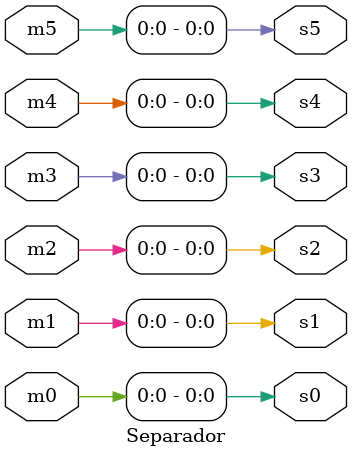
<source format=v>
`timescale 1ns / 1ps
module Separador(m0,m1,m2,m3,m4,m5,s0,s1,s2,s3,s4,s5);
	input [3:0] m0,m1,m2,m3,m4,m5;
	output reg s0,s1,s2,s3,s4,s5;
	
always@(m0,m1,m2,m3,m4,m5)
	begin
		s0 = m0[0];
		s1 = m1[0];
		s2 = m2[0];
		s3 = m3[0];
		s4 = m4[0];
		s5 = m5[0];
	end

endmodule

</source>
